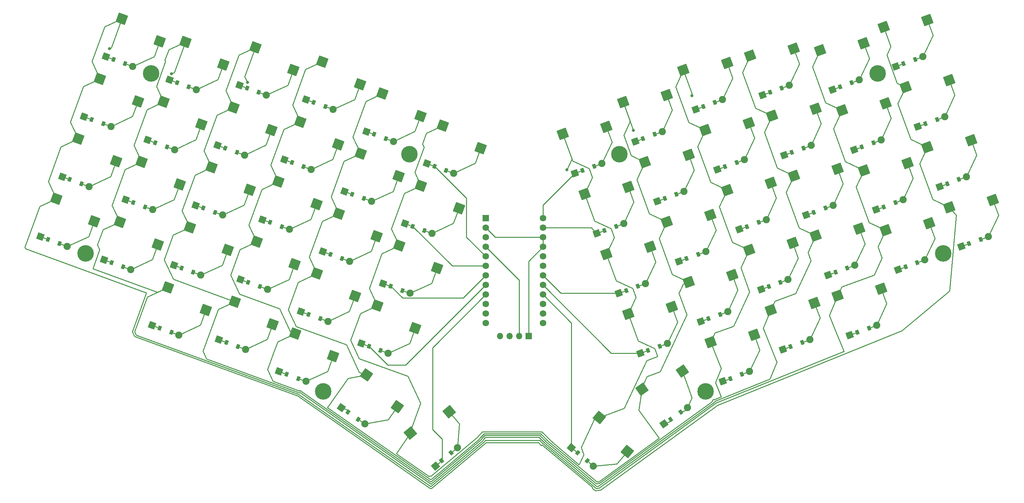
<source format=gbr>
%TF.GenerationSoftware,KiCad,Pcbnew,9.0.1*%
%TF.CreationDate,2025-04-16T06:47:58+07:00*%
%TF.ProjectId,tutorial,7475746f-7269-4616-9c2e-6b696361645f,v1.0.0*%
%TF.SameCoordinates,Original*%
%TF.FileFunction,Copper,L2,Bot*%
%TF.FilePolarity,Positive*%
%FSLAX46Y46*%
G04 Gerber Fmt 4.6, Leading zero omitted, Abs format (unit mm)*
G04 Created by KiCad (PCBNEW 9.0.1) date 2025-04-16 06:47:58*
%MOMM*%
%LPD*%
G01*
G04 APERTURE LIST*
G04 Aperture macros list*
%AMRotRect*
0 Rectangle, with rotation*
0 The origin of the aperture is its center*
0 $1 length*
0 $2 width*
0 $3 Rotation angle, in degrees counterclockwise*
0 Add horizontal line*
21,1,$1,$2,0,0,$3*%
G04 Aperture macros list end*
%TA.AperFunction,SMDPad,CuDef*%
%ADD10RotRect,2.600000X2.600000X340.000000*%
%TD*%
%TA.AperFunction,ComponentPad*%
%ADD11C,1.905000*%
%TD*%
%TA.AperFunction,SMDPad,CuDef*%
%ADD12RotRect,0.900000X1.200000X20.000000*%
%TD*%
%TA.AperFunction,ComponentPad*%
%ADD13RotRect,1.778000X1.778000X20.000000*%
%TD*%
%TA.AperFunction,SMDPad,CuDef*%
%ADD14RotRect,2.600000X2.600000X20.000000*%
%TD*%
%TA.AperFunction,SMDPad,CuDef*%
%ADD15RotRect,0.900000X1.200000X340.000000*%
%TD*%
%TA.AperFunction,ComponentPad*%
%ADD16RotRect,1.778000X1.778000X340.000000*%
%TD*%
%TA.AperFunction,ComponentPad*%
%ADD17C,0.700000*%
%TD*%
%TA.AperFunction,ComponentPad*%
%ADD18C,4.400000*%
%TD*%
%TA.AperFunction,SMDPad,CuDef*%
%ADD19RotRect,2.600000X2.600000X325.000000*%
%TD*%
%TA.AperFunction,SMDPad,CuDef*%
%ADD20RotRect,0.900000X1.200000X320.000000*%
%TD*%
%TA.AperFunction,ComponentPad*%
%ADD21RotRect,1.778000X1.778000X320.000000*%
%TD*%
%TA.AperFunction,SMDPad,CuDef*%
%ADD22RotRect,2.600000X2.600000X40.000000*%
%TD*%
%TA.AperFunction,SMDPad,CuDef*%
%ADD23RotRect,0.900000X1.200000X325.000000*%
%TD*%
%TA.AperFunction,ComponentPad*%
%ADD24RotRect,1.778000X1.778000X325.000000*%
%TD*%
%TA.AperFunction,ComponentPad*%
%ADD25C,1.752600*%
%TD*%
%TA.AperFunction,ComponentPad*%
%ADD26R,1.752600X1.752600*%
%TD*%
%TA.AperFunction,SMDPad,CuDef*%
%ADD27RotRect,2.600000X2.600000X320.000000*%
%TD*%
%TA.AperFunction,SMDPad,CuDef*%
%ADD28RotRect,0.900000X1.200000X40.000000*%
%TD*%
%TA.AperFunction,ComponentPad*%
%ADD29RotRect,1.778000X1.778000X40.000000*%
%TD*%
%TA.AperFunction,SMDPad,CuDef*%
%ADD30RotRect,2.600000X2.600000X35.000000*%
%TD*%
%TA.AperFunction,ComponentPad*%
%ADD31O,1.700000X1.700000*%
%TD*%
%TA.AperFunction,ComponentPad*%
%ADD32R,1.700000X1.700000*%
%TD*%
%TA.AperFunction,SMDPad,CuDef*%
%ADD33RotRect,0.900000X1.200000X35.000000*%
%TD*%
%TA.AperFunction,ComponentPad*%
%ADD34RotRect,1.778000X1.778000X35.000000*%
%TD*%
%TA.AperFunction,ViaPad*%
%ADD35C,0.800000*%
%TD*%
%TA.AperFunction,Conductor*%
%ADD36C,0.250000*%
%TD*%
G04 APERTURE END LIST*
D10*
%TO.P,S7,2*%
%TO.N,pinky_top*%
X103716379Y-106988609D03*
%TO.P,S7,1*%
%TO.N,P16*%
X93615378Y-100970953D03*
%TD*%
D11*
%TO.P,D31,2*%
%TO.N,mirror_outer_home*%
X307331507Y-120896010D03*
D12*
X305301777Y-121634773D03*
%TO.P,D31,1*%
%TO.N,P4*%
X302200783Y-122763439D03*
D13*
X300171053Y-123502202D03*
%TD*%
D14*
%TO.P,S33,2*%
%TO.N,mirror_outer_num*%
X296905864Y-79197024D03*
%TO.P,S33,1*%
%TO.N,P14*%
X285299974Y-81080042D03*
%TD*%
D10*
%TO.P,S15,2*%
%TO.N,middle_bottom*%
X128481773Y-144203187D03*
%TO.P,S15,1*%
%TO.N,P7*%
X118380772Y-138185531D03*
%TD*%
D11*
%TO.P,D49,2*%
%TO.N,mirror_index_bottom*%
X243777877Y-156797777D03*
D12*
X241748147Y-157536540D03*
%TO.P,D49,1*%
%TO.N,P5*%
X238647153Y-158665206D03*
D13*
X236617423Y-159403969D03*
%TD*%
D14*
%TO.P,S37,2*%
%TO.N,mirror_pinky_num*%
X279991397Y-85353389D03*
%TO.P,S37,1*%
%TO.N,P16*%
X268385507Y-87236407D03*
%TD*%
%TO.P,S43,2*%
%TO.N,mirror_middle_mod*%
X266854676Y-154517513D03*
%TO.P,S43,1*%
%TO.N,P10*%
X255248786Y-156400531D03*
%TD*%
D10*
%TO.P,S19,2*%
%TO.N,index_mod*%
X138726843Y-168683551D03*
%TO.P,S19,1*%
%TO.N,P7*%
X128625842Y-162665895D03*
%TD*%
D11*
%TO.P,D5,2*%
%TO.N,pinky_bottom*%
X84899272Y-145633340D03*
D15*
X82869534Y-144894575D03*
%TO.P,D5,1*%
%TO.N,P18*%
X79768556Y-143765913D03*
D16*
X77738818Y-143027148D03*
%TD*%
D11*
%TO.P,D1,2*%
%TO.N,outer_bottom*%
X67984813Y-139476975D03*
D15*
X65955075Y-138738210D03*
%TO.P,D1,1*%
%TO.N,P18*%
X62854097Y-137609548D03*
D16*
X60824359Y-136870783D03*
%TD*%
D17*
%TO.P,_1,1*%
%TO.N,N/C*%
X91821129Y-93986039D03*
X91766049Y-92724389D03*
X90967959Y-94917117D03*
X89706309Y-94972197D03*
D18*
X90270640Y-93421708D03*
D17*
X90834971Y-91871219D03*
X89573321Y-91926299D03*
X88775231Y-94119027D03*
X88720151Y-92857377D03*
%TD*%
D10*
%TO.P,S9,2*%
%TO.N,ring_mod*%
X104897912Y-156370815D03*
%TO.P,S9,1*%
%TO.N,P16*%
X94796911Y-150353159D03*
%TD*%
%TO.P,S11,2*%
%TO.N,ring_home*%
X116526594Y-124421277D03*
%TO.P,S11,1*%
%TO.N,P10*%
X106425593Y-118403621D03*
%TD*%
D11*
%TO.P,D16,2*%
%TO.N,middle_home*%
X127107704Y-134923587D03*
D15*
X125077966Y-134184822D03*
%TO.P,D16,1*%
%TO.N,P19*%
X121976988Y-133056160D03*
D16*
X119947250Y-132317395D03*
%TD*%
D11*
%TO.P,D32,2*%
%TO.N,mirror_outer_top*%
X301517149Y-104921236D03*
D12*
X299487419Y-105659999D03*
%TO.P,D32,1*%
%TO.N,P0*%
X296386425Y-106788665D03*
D13*
X294356695Y-107527428D03*
%TD*%
D11*
%TO.P,D38,2*%
%TO.N,mirror_ring_mod*%
X283421139Y-160459822D03*
D12*
X281391409Y-161198585D03*
%TO.P,D38,1*%
%TO.N,P6*%
X278290415Y-162327251D03*
D13*
X276260685Y-163066014D03*
%TD*%
D11*
%TO.P,D26,2*%
%TO.N,inner_top*%
X165040886Y-135960004D03*
D15*
X163011148Y-135221239D03*
%TO.P,D26,1*%
%TO.N,P20*%
X159910170Y-134092577D03*
D16*
X157880432Y-133353812D03*
%TD*%
D11*
%TO.P,D17,2*%
%TO.N,middle_top*%
X132922046Y-118948816D03*
D15*
X130892308Y-118210051D03*
%TO.P,D17,1*%
%TO.N,P20*%
X127791330Y-117081389D03*
D16*
X125761592Y-116342624D03*
%TD*%
D11*
%TO.P,D39,2*%
%TO.N,mirror_ring_bottom*%
X277606814Y-144485047D03*
D12*
X275577084Y-145223810D03*
%TO.P,D39,1*%
%TO.N,P5*%
X272476090Y-146352476D03*
D13*
X270446360Y-147091239D03*
%TD*%
D11*
%TO.P,D27,2*%
%TO.N,inner_num*%
X170855230Y-119985236D03*
D15*
X168825492Y-119246471D03*
%TO.P,D27,1*%
%TO.N,P21*%
X165724514Y-118117809D03*
D16*
X163694776Y-117379044D03*
%TD*%
D19*
%TO.P,S28,2*%
%TO.N,layer_cluster*%
X155852461Y-182120730D03*
%TO.P,S28,1*%
%TO.N,P8*%
X147653123Y-173693789D03*
%TD*%
D14*
%TO.P,S39,2*%
%TO.N,mirror_ring_bottom*%
X278809856Y-134735608D03*
%TO.P,S39,1*%
%TO.N,P10*%
X267203966Y-136618626D03*
%TD*%
%TO.P,S35,2*%
%TO.N,mirror_pinky_home*%
X291620077Y-117302931D03*
%TO.P,S35,1*%
%TO.N,P16*%
X280014187Y-119185949D03*
%TD*%
D17*
%TO.P,_2,1*%
%TO.N,N/C*%
X74378113Y-141910356D03*
X74323033Y-140648706D03*
X73524943Y-142841434D03*
X72263293Y-142896514D03*
D18*
X72827624Y-141346025D03*
D17*
X73391955Y-139795536D03*
X72130305Y-139850616D03*
X71332215Y-142043344D03*
X71277135Y-140781694D03*
%TD*%
D10*
%TO.P,S21,2*%
%TO.N,index_home*%
X150355533Y-136733993D03*
%TO.P,S21,1*%
%TO.N,P8*%
X140254532Y-130716337D03*
%TD*%
%TO.P,S12,2*%
%TO.N,ring_top*%
X122340935Y-108446501D03*
%TO.P,S12,1*%
%TO.N,P10*%
X112239934Y-102428845D03*
%TD*%
D11*
%TO.P,D35,2*%
%TO.N,mirror_pinky_home*%
X290417025Y-127052366D03*
D12*
X288387295Y-127791129D03*
%TO.P,D35,1*%
%TO.N,P4*%
X285286301Y-128919795D03*
D13*
X283256571Y-129658558D03*
%TD*%
D10*
%TO.P,S23,2*%
%TO.N,index_num*%
X161984211Y-104784454D03*
%TO.P,S23,1*%
%TO.N,P8*%
X151883210Y-98766798D03*
%TD*%
D14*
%TO.P,S44,2*%
%TO.N,mirror_middle_bottom*%
X261040335Y-138542738D03*
%TO.P,S44,1*%
%TO.N,P7*%
X249434445Y-140425756D03*
%TD*%
D11*
%TO.P,D46,2*%
%TO.N,mirror_middle_top*%
X248208597Y-116342627D03*
D12*
X246178867Y-117081390D03*
%TO.P,D46,1*%
%TO.N,P0*%
X243077873Y-118210056D03*
D13*
X241048143Y-118948819D03*
%TD*%
D11*
%TO.P,D7,2*%
%TO.N,pinky_top*%
X96527961Y-113683784D03*
D15*
X94498223Y-112945019D03*
%TO.P,D7,1*%
%TO.N,P20*%
X91397245Y-111816357D03*
D16*
X89367507Y-111077592D03*
%TD*%
D11*
%TO.P,D21,2*%
%TO.N,index_home*%
X143167122Y-143429186D03*
D15*
X141137384Y-142690421D03*
%TO.P,D21,1*%
%TO.N,P19*%
X138036406Y-141561759D03*
D16*
X136006668Y-140822994D03*
%TD*%
D14*
%TO.P,S34,2*%
%TO.N,mirror_pinky_bottom*%
X297434419Y-133277704D03*
%TO.P,S34,1*%
%TO.N,P16*%
X285828529Y-135160722D03*
%TD*%
D17*
%TO.P,_5,1*%
%TO.N,N/C*%
X285250041Y-92857377D03*
X285194951Y-94119028D03*
X284396862Y-91926303D03*
X283135211Y-91871213D03*
D18*
X283699544Y-93421710D03*
D17*
X284263877Y-94972207D03*
X283002226Y-94917117D03*
X282204137Y-92724392D03*
X282149047Y-93986043D03*
%TD*%
D11*
%TO.P,D52,2*%
%TO.N,mirror_index_num*%
X226334835Y-108873436D03*
D12*
X224305105Y-109612199D03*
%TO.P,D52,1*%
%TO.N,P1*%
X221204111Y-110740865D03*
D13*
X219174381Y-111479628D03*
%TD*%
D11*
%TO.P,D22,2*%
%TO.N,index_top*%
X148981468Y-127454419D03*
D15*
X146951730Y-126715654D03*
%TO.P,D22,1*%
%TO.N,P20*%
X143850752Y-125586992D03*
D16*
X141821014Y-124848227D03*
%TD*%
D11*
%TO.P,D14,2*%
%TO.N,middle_mod*%
X115479024Y-166873146D03*
D15*
X113449286Y-166134381D03*
%TO.P,D14,1*%
%TO.N,P15*%
X110348308Y-165005719D03*
D16*
X108318570Y-164266954D03*
%TD*%
D14*
%TO.P,S52,2*%
%TO.N,mirror_index_num*%
X227537898Y-99124014D03*
%TO.P,S52,1*%
%TO.N,P8*%
X215932008Y-101007032D03*
%TD*%
D11*
%TO.P,D58,2*%
%TO.N,mirror_space_cluster*%
X208002914Y-197932495D03*
D20*
X206348259Y-196544079D03*
%TO.P,D58,1*%
%TO.N,P6*%
X203820313Y-194422873D03*
D21*
X202165658Y-193034457D03*
%TD*%
D11*
%TO.P,D36,2*%
%TO.N,mirror_pinky_top*%
X284602683Y-111077595D03*
D12*
X282572953Y-111816358D03*
%TO.P,D36,1*%
%TO.N,P0*%
X279471959Y-112945024D03*
D13*
X277442229Y-113683787D03*
%TD*%
D11*
%TO.P,D50,2*%
%TO.N,mirror_index_home*%
X237963531Y-140822997D03*
D12*
X235933801Y-141561760D03*
%TO.P,D50,1*%
%TO.N,P4*%
X232832807Y-142690426D03*
D13*
X230803077Y-143429189D03*
%TD*%
D22*
%TO.P,S29,2*%
%TO.N,space_cluster*%
X169600543Y-183461511D03*
%TO.P,S29,1*%
%TO.N,P9*%
X159338605Y-189200413D03*
%TD*%
D11*
%TO.P,D54,2*%
%TO.N,mirror_inner_home*%
X221904109Y-149328582D03*
D12*
X219874379Y-150067345D03*
%TO.P,D54,1*%
%TO.N,P4*%
X216773385Y-151196011D03*
D13*
X214743655Y-151934774D03*
%TD*%
D10*
%TO.P,S2,2*%
%TO.N,outer_home*%
X80987562Y-116807010D03*
%TO.P,S2,1*%
%TO.N,P14*%
X70886561Y-110789354D03*
%TD*%
D11*
%TO.P,D42,2*%
%TO.N,mirror_ring_num*%
X260163788Y-96560720D03*
D12*
X258134058Y-97299483D03*
%TO.P,D42,1*%
%TO.N,P1*%
X255033064Y-98428149D03*
D13*
X253003334Y-99166912D03*
%TD*%
D11*
%TO.P,D8,2*%
%TO.N,pinky_num*%
X102342305Y-97709023D03*
D15*
X100312567Y-96970258D03*
%TO.P,D8,1*%
%TO.N,P21*%
X97211589Y-95841596D03*
D16*
X95181851Y-95102831D03*
%TD*%
D14*
%TO.P,S48,2*%
%TO.N,mirror_index_mod*%
X250795255Y-163023108D03*
%TO.P,S48,1*%
%TO.N,P7*%
X239189365Y-164906126D03*
%TD*%
D11*
%TO.P,D2,2*%
%TO.N,outer_home*%
X73799153Y-123502206D03*
D15*
X71769415Y-122763441D03*
%TO.P,D2,1*%
%TO.N,P19*%
X68668437Y-121634779D03*
D16*
X66638699Y-120896014D03*
%TD*%
D17*
%TO.P,_8,1*%
%TO.N,N/C*%
X239430173Y-177482198D03*
X239375083Y-178743849D03*
X238576994Y-176551124D03*
X237315343Y-176496034D03*
D18*
X237879676Y-178046531D03*
D17*
X238444009Y-179597028D03*
X237182358Y-179541938D03*
X236384269Y-177349213D03*
X236329179Y-178610864D03*
%TD*%
D11*
%TO.P,D28,2*%
%TO.N,layer_cluster*%
X147176154Y-186727296D03*
D23*
X145406789Y-185488367D03*
%TO.P,D28,1*%
%TO.N,P15*%
X142703579Y-183595571D03*
D24*
X140934214Y-182356642D03*
%TD*%
D11*
%TO.P,D6,2*%
%TO.N,pinky_home*%
X90713624Y-129658558D03*
D15*
X88683886Y-128919793D03*
%TO.P,D6,1*%
%TO.N,P19*%
X85582908Y-127791131D03*
D16*
X83553170Y-127052366D03*
%TD*%
D14*
%TO.P,S31,2*%
%TO.N,mirror_outer_home*%
X308534546Y-111146564D03*
%TO.P,S31,1*%
%TO.N,P14*%
X296928656Y-113029582D03*
%TD*%
D17*
%TO.P,_6,1*%
%TO.N,N/C*%
X302693090Y-140781693D03*
X302638000Y-142043344D03*
X301839911Y-139850619D03*
X300578260Y-139795529D03*
D18*
X301142593Y-141346026D03*
D17*
X301706926Y-142896523D03*
X300445275Y-142841433D03*
X299647186Y-140648708D03*
X299592096Y-141910359D03*
%TD*%
D14*
%TO.P,S55,2*%
%TO.N,mirror_inner_top*%
X217292826Y-123604377D03*
%TO.P,S55,1*%
%TO.N,P9*%
X205686936Y-125487395D03*
%TD*%
D11*
%TO.P,D11,2*%
%TO.N,ring_home*%
X109338194Y-131116458D03*
D15*
X107308456Y-130377693D03*
%TO.P,D11,1*%
%TO.N,P19*%
X104207478Y-129249031D03*
D16*
X102177740Y-128510266D03*
%TD*%
D10*
%TO.P,S27,2*%
%TO.N,inner_num*%
X178043632Y-113290054D03*
%TO.P,S27,1*%
%TO.N,P9*%
X167942631Y-107272398D03*
%TD*%
D11*
%TO.P,D41,2*%
%TO.N,mirror_ring_top*%
X265978125Y-112535495D03*
D12*
X263948395Y-113274258D03*
%TO.P,D41,1*%
%TO.N,P0*%
X260847401Y-114402924D03*
D13*
X258817671Y-115141687D03*
%TD*%
D10*
%TO.P,S13,2*%
%TO.N,ring_num*%
X128155278Y-92471724D03*
%TO.P,S13,1*%
%TO.N,P10*%
X118054277Y-86454068D03*
%TD*%
D11*
%TO.P,D30,2*%
%TO.N,mirror_outer_bottom*%
X313145844Y-136870777D03*
D12*
X311116114Y-137609540D03*
%TO.P,D30,1*%
%TO.N,P5*%
X308015120Y-138738206D03*
D13*
X305985390Y-139476969D03*
%TD*%
D14*
%TO.P,S56,2*%
%TO.N,mirror_inner_num*%
X211478473Y-107629600D03*
%TO.P,S56,1*%
%TO.N,P9*%
X199872583Y-109512618D03*
%TD*%
%TO.P,S38,2*%
%TO.N,mirror_ring_mod*%
X284624203Y-150710393D03*
%TO.P,S38,1*%
%TO.N,P16*%
X273018313Y-152593411D03*
%TD*%
D11*
%TO.P,D20,2*%
%TO.N,index_bottom*%
X137352784Y-159403959D03*
D15*
X135323046Y-158665194D03*
%TO.P,D20,1*%
%TO.N,P18*%
X132222068Y-157536532D03*
D16*
X130192330Y-156797767D03*
%TD*%
D14*
%TO.P,S30,2*%
%TO.N,mirror_outer_bottom*%
X314348901Y-127121353D03*
%TO.P,S30,1*%
%TO.N,P14*%
X302743011Y-129004371D03*
%TD*%
D25*
%TO.P,MCU1,24*%
%TO.N,P9*%
X194605094Y-159903220D03*
%TO.P,MCU1,23*%
%TO.N,P8*%
X194605093Y-157363219D03*
%TO.P,MCU1,22*%
%TO.N,P7*%
X194605098Y-154823221D03*
%TO.P,MCU1,21*%
%TO.N,P6*%
X194605096Y-152283218D03*
%TO.P,MCU1,20*%
%TO.N,P5*%
X194605093Y-149743220D03*
%TO.P,MCU1,19*%
%TO.N,P4*%
X194605095Y-147203225D03*
%TO.P,MCU1,18*%
%TO.N,P3*%
X194605095Y-144663218D03*
%TO.P,MCU1,17*%
%TO.N,P2*%
X194605095Y-142123221D03*
%TO.P,MCU1,16*%
%TO.N,GND*%
X194605093Y-139583223D03*
%TO.P,MCU1,15*%
X194605095Y-137043215D03*
%TO.P,MCU1,14*%
%TO.N,P0*%
X194605098Y-134503216D03*
%TO.P,MCU1,13*%
%TO.N,P1*%
X194605095Y-131963224D03*
%TO.P,MCU1,12*%
%TO.N,P10*%
X179365097Y-159903214D03*
%TO.P,MCU1,11*%
%TO.N,P16*%
X179365094Y-157363222D03*
%TO.P,MCU1,10*%
%TO.N,P14*%
X179365097Y-154823223D03*
%TO.P,MCU1,9*%
%TO.N,P15*%
X179365099Y-152283215D03*
%TO.P,MCU1,8*%
%TO.N,P18*%
X179365097Y-149743217D03*
%TO.P,MCU1,7*%
%TO.N,P19*%
X179365097Y-147203220D03*
%TO.P,MCU1,6*%
%TO.N,P20*%
X179365097Y-144663213D03*
%TO.P,MCU1,5*%
%TO.N,P21*%
X179365099Y-142123218D03*
%TO.P,MCU1,4*%
%TO.N,VCC*%
X179365096Y-139583220D03*
%TO.P,MCU1,3*%
%TO.N,RST*%
X179365094Y-137043217D03*
%TO.P,MCU1,2*%
%TO.N,GND*%
X179365099Y-134503219D03*
D26*
%TO.P,MCU1,1*%
%TO.N,RAW*%
X179365098Y-131963218D03*
%TD*%
D10*
%TO.P,S17,2*%
%TO.N,middle_top*%
X140110452Y-112253632D03*
%TO.P,S17,1*%
%TO.N,P7*%
X130009451Y-106235976D03*
%TD*%
%TO.P,S14,2*%
%TO.N,middle_mod*%
X122667422Y-160177954D03*
%TO.P,S14,1*%
%TO.N,P10*%
X112566421Y-154160298D03*
%TD*%
D11*
%TO.P,D13,2*%
%TO.N,ring_num*%
X120966871Y-99166904D03*
D15*
X118937133Y-98428139D03*
%TO.P,D13,1*%
%TO.N,P21*%
X115836155Y-97299477D03*
D16*
X113806417Y-96560712D03*
%TD*%
D10*
%TO.P,S16,2*%
%TO.N,middle_home*%
X134296115Y-128228400D03*
%TO.P,S16,1*%
%TO.N,P7*%
X124195114Y-122210744D03*
%TD*%
D27*
%TO.P,S58,2*%
%TO.N,mirror_space_cluster*%
X217047693Y-194099650D03*
%TO.P,S58,1*%
%TO.N,P9*%
X209614016Y-184990156D03*
%TD*%
D14*
%TO.P,S53,2*%
%TO.N,mirror_inner_bottom*%
X228921503Y-155553934D03*
%TO.P,S53,1*%
%TO.N,P9*%
X217315613Y-157436952D03*
%TD*%
%TO.P,S32,2*%
%TO.N,mirror_outer_top*%
X302720202Y-95171798D03*
%TO.P,S32,1*%
%TO.N,P14*%
X291114312Y-97054816D03*
%TD*%
%TO.P,S45,2*%
%TO.N,mirror_middle_home*%
X255225997Y-122567960D03*
%TO.P,S45,1*%
%TO.N,P7*%
X243620107Y-124450978D03*
%TD*%
D11*
%TO.P,D29,2*%
%TO.N,space_cluster*%
X171804547Y-193034457D03*
D28*
X170149886Y-194422875D03*
%TO.P,D29,1*%
%TO.N,P15*%
X167621946Y-196544077D03*
D29*
X165967285Y-197932495D03*
%TD*%
D17*
%TO.P,_3,1*%
%TO.N,N/C*%
X160607668Y-115510502D03*
X160552588Y-114248852D03*
X159754498Y-116441580D03*
X158492848Y-116496660D03*
D18*
X159057179Y-114946171D03*
D17*
X159621510Y-113395682D03*
X158359860Y-113450762D03*
X157561770Y-115643490D03*
X157506690Y-114381840D03*
%TD*%
D11*
%TO.P,D33,2*%
%TO.N,mirror_outer_num*%
X295702820Y-88946462D03*
D12*
X293673090Y-89685225D03*
%TO.P,D33,1*%
%TO.N,P1*%
X290572096Y-90813891D03*
D13*
X288542366Y-91552654D03*
%TD*%
D14*
%TO.P,S54,2*%
%TO.N,mirror_inner_home*%
X223107159Y-139579157D03*
%TO.P,S54,1*%
%TO.N,P9*%
X211501269Y-141462175D03*
%TD*%
D11*
%TO.P,D19,2*%
%TO.N,index_mod*%
X131538438Y-175378741D03*
D15*
X129508700Y-174639976D03*
%TO.P,D19,1*%
%TO.N,P15*%
X126407722Y-173511314D03*
D16*
X124377984Y-172772549D03*
%TD*%
D11*
%TO.P,D45,2*%
%TO.N,mirror_middle_home*%
X254022947Y-132317402D03*
D12*
X251993217Y-133056165D03*
%TO.P,D45,1*%
%TO.N,P4*%
X248892223Y-134184831D03*
D13*
X246862493Y-134923594D03*
%TD*%
D14*
%TO.P,S49,2*%
%TO.N,mirror_index_bottom*%
X244980919Y-147048341D03*
%TO.P,S49,1*%
%TO.N,P8*%
X233375029Y-148931359D03*
%TD*%
D10*
%TO.P,S5,2*%
%TO.N,pinky_bottom*%
X92087684Y-138938147D03*
%TO.P,S5,1*%
%TO.N,P16*%
X81986683Y-132920491D03*
%TD*%
D11*
%TO.P,D25,2*%
%TO.N,inner_home*%
X159226544Y-151934779D03*
D15*
X157196806Y-151196014D03*
%TO.P,D25,1*%
%TO.N,P19*%
X154095828Y-150067352D03*
D16*
X152066090Y-149328587D03*
%TD*%
D11*
%TO.P,D12,2*%
%TO.N,ring_top*%
X115152538Y-115141683D03*
D15*
X113122800Y-114402918D03*
%TO.P,D12,1*%
%TO.N,P20*%
X110021822Y-113274256D03*
D16*
X107992084Y-112535491D03*
%TD*%
D11*
%TO.P,D48,2*%
%TO.N,mirror_index_mod*%
X249592218Y-172772542D03*
D12*
X247562488Y-173511305D03*
%TO.P,D48,1*%
%TO.N,P6*%
X244461494Y-174639971D03*
D13*
X242431764Y-175378734D03*
%TD*%
D11*
%TO.P,D23,2*%
%TO.N,index_num*%
X154795812Y-111479636D03*
D15*
X152766074Y-110740871D03*
%TO.P,D23,1*%
%TO.N,P21*%
X149665096Y-109612209D03*
D16*
X147635358Y-108873444D03*
%TD*%
D14*
%TO.P,S36,2*%
%TO.N,mirror_pinky_top*%
X285805741Y-101328157D03*
%TO.P,S36,1*%
%TO.N,P16*%
X274199851Y-103211175D03*
%TD*%
D10*
%TO.P,S3,2*%
%TO.N,outer_top*%
X86801911Y-100832243D03*
%TO.P,S3,1*%
%TO.N,P14*%
X76700910Y-94814587D03*
%TD*%
D11*
%TO.P,D44,2*%
%TO.N,mirror_middle_bottom*%
X259837278Y-148292180D03*
D12*
X257807548Y-149030943D03*
%TO.P,D44,1*%
%TO.N,P5*%
X254706554Y-150159609D03*
D13*
X252676824Y-150898372D03*
%TD*%
D10*
%TO.P,S20,2*%
%TO.N,index_bottom*%
X144541185Y-152708778D03*
%TO.P,S20,1*%
%TO.N,P8*%
X134440184Y-146691122D03*
%TD*%
%TO.P,S6,2*%
%TO.N,pinky_home*%
X97902030Y-122963379D03*
%TO.P,S6,1*%
%TO.N,P16*%
X87801029Y-116945723D03*
%TD*%
D14*
%TO.P,S51,2*%
%TO.N,mirror_index_top*%
X233352227Y-115098783D03*
%TO.P,S51,1*%
%TO.N,P8*%
X221746337Y-116981801D03*
%TD*%
D10*
%TO.P,S10,2*%
%TO.N,ring_bottom*%
X110712258Y-140396048D03*
%TO.P,S10,1*%
%TO.N,P10*%
X100611257Y-134378392D03*
%TD*%
D30*
%TO.P,S57,2*%
%TO.N,mirror_layer_cluster*%
X231674694Y-172628036D03*
%TO.P,S57,1*%
%TO.N,P8*%
X220951621Y-177450712D03*
%TD*%
D11*
%TO.P,D10,2*%
%TO.N,ring_bottom*%
X103523853Y-147091237D03*
D15*
X101494115Y-146352472D03*
%TO.P,D10,1*%
%TO.N,P18*%
X98393137Y-145223810D03*
D16*
X96363399Y-144485045D03*
%TD*%
D11*
%TO.P,D40,2*%
%TO.N,mirror_ring_home*%
X271792465Y-128510272D03*
D12*
X269762735Y-129249035D03*
%TO.P,D40,1*%
%TO.N,P4*%
X266661741Y-130377701D03*
D13*
X264632011Y-131116464D03*
%TD*%
D10*
%TO.P,S22,2*%
%TO.N,index_top*%
X156169876Y-120759222D03*
%TO.P,S22,1*%
%TO.N,P8*%
X146068875Y-114741566D03*
%TD*%
D11*
%TO.P,D3,2*%
%TO.N,outer_top*%
X79613498Y-107527426D03*
D15*
X77583760Y-106788661D03*
%TO.P,D3,1*%
%TO.N,P20*%
X74482782Y-105659999D03*
D16*
X72453044Y-104921234D03*
%TD*%
D10*
%TO.P,S25,2*%
%TO.N,inner_home*%
X166414943Y-145239600D03*
%TO.P,S25,1*%
%TO.N,P9*%
X156313942Y-139221944D03*
%TD*%
D31*
%TO.P,OLED1,4*%
%TO.N,P2*%
X183165091Y-163333226D03*
%TO.P,OLED1,3*%
%TO.N,P3*%
X185705088Y-163333227D03*
%TO.P,OLED1,2*%
%TO.N,VCC*%
X188245087Y-163333229D03*
D32*
%TO.P,OLED1,1*%
%TO.N,GND*%
X190785086Y-163333229D03*
%TD*%
D11*
%TO.P,D9,2*%
%TO.N,ring_mod*%
X97709499Y-163066021D03*
D15*
X95679761Y-162327256D03*
%TO.P,D9,1*%
%TO.N,P15*%
X92578783Y-161198594D03*
D16*
X90549045Y-160459829D03*
%TD*%
D11*
%TO.P,D53,2*%
%TO.N,mirror_inner_bottom*%
X227718451Y-165303374D03*
D12*
X225688721Y-166042137D03*
%TO.P,D53,1*%
%TO.N,P5*%
X222587727Y-167170803D03*
D13*
X220557997Y-167909566D03*
%TD*%
D11*
%TO.P,D55,2*%
%TO.N,mirror_inner_top*%
X216089764Y-133353819D03*
D12*
X214060034Y-134092582D03*
%TO.P,D55,1*%
%TO.N,P0*%
X210959040Y-135221248D03*
D13*
X208929310Y-135960011D03*
%TD*%
D11*
%TO.P,D51,2*%
%TO.N,mirror_index_top*%
X232149189Y-124848216D03*
D12*
X230119459Y-125586979D03*
%TO.P,D51,1*%
%TO.N,P0*%
X227018465Y-126715645D03*
D13*
X224988735Y-127454408D03*
%TD*%
D11*
%TO.P,D24,2*%
%TO.N,inner_bottom*%
X153412194Y-167909558D03*
D15*
X151382456Y-167170793D03*
%TO.P,D24,1*%
%TO.N,P18*%
X148281478Y-166042131D03*
D16*
X146251740Y-165303366D03*
%TD*%
D11*
%TO.P,D15,2*%
%TO.N,middle_bottom*%
X121293364Y-150898372D03*
D15*
X119263626Y-150159607D03*
%TO.P,D15,1*%
%TO.N,P18*%
X116162648Y-149030945D03*
D16*
X114132910Y-148292180D03*
%TD*%
D10*
%TO.P,S18,2*%
%TO.N,middle_num*%
X145924800Y-96278855D03*
%TO.P,S18,1*%
%TO.N,P7*%
X135823799Y-90261199D03*
%TD*%
D11*
%TO.P,D57,2*%
%TO.N,mirror_layer_cluster*%
X233035973Y-182356637D03*
D33*
X231266606Y-183595564D03*
%TO.P,D57,1*%
%TO.N,P6*%
X228563406Y-185488368D03*
D34*
X226794039Y-186727295D03*
%TD*%
D14*
%TO.P,S41,2*%
%TO.N,mirror_ring_top*%
X267181168Y-102786050D03*
%TO.P,S41,1*%
%TO.N,P10*%
X255575278Y-104669068D03*
%TD*%
D10*
%TO.P,S24,2*%
%TO.N,inner_bottom*%
X160600603Y-161214367D03*
%TO.P,S24,1*%
%TO.N,P9*%
X150499602Y-155196711D03*
%TD*%
D11*
%TO.P,D4,2*%
%TO.N,outer_num*%
X85427851Y-91552651D03*
D15*
X83398113Y-90813886D03*
%TO.P,D4,1*%
%TO.N,P21*%
X80297135Y-89685224D03*
D16*
X78267397Y-88946459D03*
%TD*%
D10*
%TO.P,S4,2*%
%TO.N,outer_num*%
X92616245Y-84857469D03*
%TO.P,S4,1*%
%TO.N,P14*%
X82515244Y-78839813D03*
%TD*%
D14*
%TO.P,S50,2*%
%TO.N,mirror_index_home*%
X239166577Y-131073562D03*
%TO.P,S50,1*%
%TO.N,P8*%
X227560687Y-132956580D03*
%TD*%
D11*
%TO.P,D43,2*%
%TO.N,mirror_middle_mod*%
X265651633Y-164266951D03*
D12*
X263621903Y-165005714D03*
%TO.P,D43,1*%
%TO.N,P6*%
X260520909Y-166134380D03*
D13*
X258491179Y-166873143D03*
%TD*%
D11*
%TO.P,D56,2*%
%TO.N,mirror_inner_num*%
X210275425Y-117379039D03*
D12*
X208245695Y-118117802D03*
%TO.P,D56,1*%
%TO.N,P1*%
X205144701Y-119246468D03*
D13*
X203114971Y-119985231D03*
%TD*%
D10*
%TO.P,S8,2*%
%TO.N,pinky_num*%
X109530714Y-91013824D03*
%TO.P,S8,1*%
%TO.N,P16*%
X99429713Y-84996168D03*
%TD*%
D11*
%TO.P,D37,2*%
%TO.N,mirror_pinky_num*%
X278788343Y-95102820D03*
D12*
X276758613Y-95841583D03*
%TO.P,D37,1*%
%TO.N,P1*%
X273657619Y-96970249D03*
D13*
X271627889Y-97709012D03*
%TD*%
D14*
%TO.P,S46,2*%
%TO.N,mirror_middle_top*%
X249411651Y-106593197D03*
%TO.P,S46,1*%
%TO.N,P7*%
X237805761Y-108476215D03*
%TD*%
%TO.P,S40,2*%
%TO.N,mirror_ring_home*%
X272995519Y-118760847D03*
%TO.P,S40,1*%
%TO.N,P10*%
X261389629Y-120643865D03*
%TD*%
D17*
%TO.P,_7,1*%
%TO.N,N/C*%
X216463511Y-114381829D03*
X216408421Y-115643480D03*
X215610332Y-113450755D03*
X214348681Y-113395665D03*
D18*
X214913014Y-114946162D03*
D17*
X215477347Y-116496659D03*
X214215696Y-116441569D03*
X213417607Y-114248844D03*
X213362517Y-115510495D03*
%TD*%
D11*
%TO.P,D18,2*%
%TO.N,middle_num*%
X138736395Y-102974035D03*
D15*
X136706657Y-102235270D03*
%TO.P,D18,1*%
%TO.N,P21*%
X133605679Y-101106608D03*
D16*
X131575941Y-100367843D03*
%TD*%
D10*
%TO.P,S1,2*%
%TO.N,outer_bottom*%
X75173208Y-132781790D03*
%TO.P,S1,1*%
%TO.N,P14*%
X65072207Y-126764134D03*
%TD*%
D17*
%TO.P,_4,1*%
%TO.N,N/C*%
X137641011Y-178610860D03*
X137585931Y-177349210D03*
X136787841Y-179541938D03*
X135526191Y-179597018D03*
D18*
X136090522Y-178046529D03*
D17*
X136654853Y-176496040D03*
X135393203Y-176551120D03*
X134595113Y-178743848D03*
X134540033Y-177482198D03*
%TD*%
D14*
%TO.P,S47,2*%
%TO.N,mirror_middle_num*%
X243597305Y-90618422D03*
%TO.P,S47,1*%
%TO.N,P7*%
X231991415Y-92501440D03*
%TD*%
D11*
%TO.P,D34,2*%
%TO.N,mirror_pinky_bottom*%
X296231379Y-143027156D03*
D12*
X294201649Y-143765919D03*
%TO.P,D34,1*%
%TO.N,P5*%
X291100655Y-144894585D03*
D13*
X289070925Y-145633348D03*
%TD*%
D10*
%TO.P,S26,2*%
%TO.N,inner_top*%
X172229287Y-129264813D03*
%TO.P,S26,1*%
%TO.N,P9*%
X162128286Y-123247157D03*
%TD*%
D14*
%TO.P,S42,2*%
%TO.N,mirror_ring_num*%
X261366825Y-86811289D03*
%TO.P,S42,1*%
%TO.N,P10*%
X249760935Y-88694307D03*
%TD*%
D11*
%TO.P,D47,2*%
%TO.N,mirror_middle_num*%
X242394270Y-100367854D03*
D12*
X240364540Y-101106617D03*
%TO.P,D47,1*%
%TO.N,P1*%
X237263546Y-102235283D03*
D13*
X235233816Y-102974046D03*
%TD*%
D35*
%TO.N,P16*%
X95703018Y-93482345D03*
%TO.N,P10*%
X115944148Y-95761640D03*
%TO.N,P14*%
X79200527Y-86778853D03*
%TO.N,P7*%
X234201019Y-99334699D03*
%TO.N,P9*%
X200981966Y-119039950D03*
%TO.N,P8*%
X218664077Y-108560311D03*
%TD*%
D36*
%TO.N,mirror_inner_bottom*%
X225688722Y-166042134D02*
X225688721Y-166042137D01*
X227718451Y-165303374D02*
X225688722Y-166042134D01*
%TO.N,P5*%
X252676825Y-150898370D02*
X252676824Y-150898372D01*
X254706554Y-150159609D02*
X252676825Y-150898370D01*
X220557998Y-167909563D02*
X220557997Y-167909566D01*
X222587726Y-167170802D02*
X220557998Y-167909563D01*
%TO.N,mirror_middle_bottom*%
X257807550Y-149030941D02*
X257807548Y-149030943D01*
X259837278Y-148292180D02*
X257807550Y-149030941D01*
%TO.N,index_num*%
X154795812Y-111479636D02*
X152766073Y-110740871D01*
X160518658Y-108811028D02*
X154795812Y-111479636D01*
X161984212Y-104784454D02*
X160518658Y-108811028D01*
%TO.N,mirror_layer_cluster*%
X232701844Y-183073181D02*
X233035972Y-182356638D01*
X231266605Y-183595564D02*
X232701844Y-183073181D01*
%TO.N,P6*%
X228229277Y-186204912D02*
X228563408Y-185488368D01*
X226794041Y-186727295D02*
X228229277Y-186204912D01*
%TO.N,mirror_middle_bottom*%
X262505892Y-142569320D02*
X259837279Y-148292181D01*
X261040334Y-138542739D02*
X262505892Y-142569320D01*
%TO.N,mirror_layer_cluster*%
X234260122Y-179731440D02*
X233035972Y-182356638D01*
X231674696Y-172628037D02*
X234260122Y-179731440D01*
%TO.N,mirror_inner_bottom*%
X230387062Y-159580521D02*
X227718450Y-165303373D01*
X228921504Y-155553933D02*
X230387062Y-159580521D01*
%TO.N,mirror_index_bottom*%
X246446479Y-151074940D02*
X243777879Y-156797778D01*
X244980918Y-147048340D02*
X246446479Y-151074940D01*
%TO.N,P5*%
X236617423Y-159403966D02*
X236617423Y-159403969D01*
X238647154Y-158665204D02*
X236617423Y-159403966D01*
%TO.N,mirror_index_bottom*%
X241748148Y-157536539D02*
X241748148Y-157536541D01*
X243777879Y-156797778D02*
X241748148Y-157536539D01*
%TO.N,P21*%
X147635359Y-108873445D02*
X149665097Y-109612211D01*
%TO.N,pinky_bottom*%
X82869533Y-144894577D02*
X84899272Y-145633340D01*
%TO.N,ring_bottom*%
X103523855Y-147091227D02*
X101494109Y-146352472D01*
%TO.N,index_home*%
X141137387Y-142690427D02*
X143167122Y-143429181D01*
%TO.N,P16*%
X95703018Y-93482345D02*
X96471412Y-93124040D01*
%TO.N,P14*%
X79200527Y-86778853D02*
X79712574Y-86540080D01*
%TO.N,P16*%
X96471412Y-93124040D02*
X99429713Y-84996170D01*
%TO.N,P14*%
X79712574Y-86540080D02*
X82515242Y-78839812D01*
%TO.N,P6*%
X202165661Y-193034455D02*
X202165657Y-159843785D01*
%TO.N,P5*%
X212771433Y-167909560D02*
X194605090Y-149743220D01*
X220557996Y-167909563D02*
X212771433Y-167909560D01*
%TO.N,P6*%
X202165657Y-159843785D02*
X194605094Y-152283219D01*
%TO.N,P9*%
X208294157Y-132650684D02*
X212690112Y-134700552D01*
X207736800Y-121091441D02*
X205686932Y-125487400D01*
X205686932Y-125487400D02*
X208294157Y-132650684D01*
X213551141Y-137066210D02*
X211501271Y-141462175D01*
X212690112Y-134700552D02*
X213551141Y-137066210D01*
X206875766Y-118725765D02*
X207736800Y-121091441D01*
X202479800Y-116675896D02*
X206875766Y-118725765D01*
X199872582Y-109512617D02*
X202479800Y-116675896D01*
%TO.N,P1*%
X194605093Y-131963225D02*
X194605090Y-128495110D01*
X194605090Y-128495110D02*
X203114972Y-119985231D01*
%TO.N,P0*%
X208929307Y-135960013D02*
X207472512Y-134503220D01*
%TO.N,P4*%
X199336644Y-151934775D02*
X194605094Y-147203228D01*
%TO.N,P0*%
X207472512Y-134503220D02*
X194605097Y-134503215D01*
%TO.N,P4*%
X214743655Y-151934773D02*
X199336644Y-151934775D01*
%TO.N,P15*%
X167762478Y-190736208D02*
X167762480Y-196403540D01*
%TO.N,P20*%
X170480809Y-144663214D02*
X159910171Y-134092576D01*
X179365093Y-144663215D02*
X170480809Y-144663214D01*
%TO.N,P21*%
X174221513Y-126614809D02*
X165724518Y-118117812D01*
%TO.N,P19*%
X179365095Y-147203221D02*
X173355033Y-153213282D01*
%TO.N,P21*%
X179365097Y-142123219D02*
X174221513Y-136979634D01*
X174221513Y-136979634D02*
X174221513Y-126614809D01*
%TO.N,P9*%
X219350702Y-153000382D02*
X217300837Y-157396347D01*
%TO.N,GND*%
X190785087Y-143403230D02*
X194605089Y-139583225D01*
X194605089Y-137043220D02*
X194605091Y-137043216D01*
%TO.N,P19*%
X157241755Y-153213281D02*
X154095828Y-150067353D01*
X173355033Y-153213282D02*
X157241755Y-153213281D01*
%TO.N,GND*%
X190785086Y-163333226D02*
X190785087Y-143403230D01*
%TO.N,VCC*%
X188245086Y-148463216D02*
X179365093Y-139583220D01*
X188245089Y-163333226D02*
X188245086Y-148463216D01*
%TO.N,GND*%
X194605089Y-139583225D02*
X194605089Y-137043220D01*
%TO.N,P18*%
X179365094Y-149743221D02*
X158072649Y-171035666D01*
X153275011Y-171035668D02*
X148281476Y-166042132D01*
%TO.N,P15*%
X179365096Y-152283215D02*
X165215753Y-166432561D01*
X167762480Y-196403540D02*
X167621945Y-196544072D01*
X165215752Y-188189479D02*
X167762478Y-190736208D01*
X165215753Y-166432561D02*
X165215752Y-188189479D01*
%TO.N,P18*%
X158072649Y-171035666D02*
X153275011Y-171035668D01*
%TO.N,P9*%
X204078071Y-197508075D02*
X197195373Y-191732802D01*
X205437022Y-194885099D02*
X204241681Y-197448522D01*
X208203434Y-185503565D02*
X204732003Y-192948069D01*
X204732003Y-192948069D02*
X205437022Y-194885099D01*
X209614015Y-184990157D02*
X208203434Y-185503565D01*
X222176797Y-169849958D02*
X216241662Y-182577887D01*
X225096646Y-168787221D02*
X222176797Y-169849958D01*
X219930782Y-164622068D02*
X224326745Y-166671939D01*
X217315612Y-157436953D02*
X219930782Y-164622068D01*
X216241662Y-182577887D02*
X209614015Y-184990157D01*
X204241681Y-197448522D02*
X204078071Y-197508075D01*
X224326745Y-166671939D02*
X225096646Y-168787221D01*
%TO.N,GND*%
X194605091Y-137043216D02*
X181905094Y-137043216D01*
X181905094Y-137043216D02*
X179365096Y-134503220D01*
%TO.N,P6*%
X244461501Y-174639972D02*
X244461500Y-174639968D01*
%TO.N,P1*%
X273657629Y-96970249D02*
X271627892Y-97709007D01*
X253003330Y-99166918D02*
X255033058Y-98428152D01*
X237263544Y-102235290D02*
X237263548Y-102235276D01*
X271627892Y-97709007D02*
X271627897Y-97709007D01*
%TO.N,P6*%
X242431761Y-175378735D02*
X244461501Y-174639972D01*
%TO.N,P1*%
X235233806Y-102974047D02*
X237263544Y-102235290D01*
%TO.N,P6*%
X276260695Y-163066012D02*
X278290419Y-162327259D01*
X258491180Y-166873140D02*
X260520911Y-166134379D01*
%TO.N,P1*%
X255033058Y-98428152D02*
X255033057Y-98428146D01*
X205144704Y-119246471D02*
X205144710Y-119246463D01*
X219174387Y-111479634D02*
X221204122Y-110740873D01*
X290572091Y-90813893D02*
X288542362Y-91552660D01*
X221204122Y-110740873D02*
X221204124Y-110740868D01*
%TO.N,P6*%
X202165655Y-193034452D02*
X203820317Y-194422877D01*
X278290419Y-162327259D02*
X278290423Y-162327254D01*
X260520911Y-166134379D02*
X260520908Y-166134376D01*
%TO.N,P1*%
X203114968Y-119985226D02*
X205144704Y-119246471D01*
%TO.N,P4*%
X214743659Y-151934781D02*
X214743652Y-151934781D01*
%TO.N,P0*%
X243077877Y-118210057D02*
X241048146Y-118948818D01*
%TO.N,P4*%
X264632014Y-131116456D02*
X264632004Y-131116469D01*
%TO.N,P0*%
X208929318Y-135960006D02*
X208929319Y-135960011D01*
%TO.N,P4*%
X283256578Y-129658556D02*
X283256581Y-129658560D01*
X230803074Y-143429183D02*
X230803081Y-143429185D01*
X302200780Y-122763430D02*
X302200782Y-122763428D01*
%TO.N,P1*%
X288542362Y-91552660D02*
X288542358Y-91552655D01*
%TO.N,P0*%
X277442234Y-113683784D02*
X279471960Y-112945028D01*
%TO.N,P4*%
X300171054Y-123502196D02*
X302200780Y-122763430D01*
X248892230Y-134184826D02*
X246862502Y-134923586D01*
%TO.N,P0*%
X279471960Y-112945028D02*
X279471966Y-112945025D01*
%TO.N,P4*%
X246862502Y-134923586D02*
X246862496Y-134923595D01*
X216773384Y-151196019D02*
X214743659Y-151934781D01*
X232832815Y-142690418D02*
X230803074Y-143429183D01*
%TO.N,P0*%
X294356701Y-107527428D02*
X296386438Y-106788671D01*
X296386438Y-106788671D02*
X296386433Y-106788659D01*
%TO.N,P4*%
X285286308Y-128919787D02*
X283256578Y-129658556D01*
X266661742Y-130377696D02*
X264632014Y-131116456D01*
%TO.N,P0*%
X227018465Y-126715641D02*
X224988733Y-127454409D01*
X224988733Y-127454409D02*
X224988733Y-127454413D01*
X241048146Y-118948818D02*
X241048141Y-118948821D01*
X260847401Y-114402928D02*
X260847400Y-114402923D01*
X258817663Y-115141687D02*
X260847401Y-114402928D01*
X210959054Y-135221241D02*
X208929318Y-135960006D01*
%TO.N,P5*%
X305985385Y-139476976D02*
X308015117Y-138738218D01*
X272476082Y-146352475D02*
X270446351Y-147091232D01*
X291100651Y-144894571D02*
X291100658Y-144894577D01*
X308015117Y-138738218D02*
X308015119Y-138738214D01*
X270446351Y-147091232D02*
X270446348Y-147091243D01*
X289070917Y-145633348D02*
X291100651Y-144894571D01*
%TO.N,P20*%
X143850750Y-125586984D02*
X141821005Y-124848217D01*
X127791328Y-117081390D02*
X125761589Y-116342628D01*
X89367515Y-111077603D02*
X91397244Y-111816354D01*
%TO.N,P21*%
X163694770Y-117379044D02*
X165724509Y-118117808D01*
%TO.N,P20*%
X159910162Y-134092583D02*
X157880427Y-133353810D01*
%TO.N,P21*%
X97211589Y-95841586D02*
X95181860Y-95102820D01*
%TO.N,P20*%
X74482783Y-105660004D02*
X72453048Y-104921232D01*
%TO.N,P21*%
X133605670Y-101106614D02*
X131575950Y-100367854D01*
X80297121Y-89685216D02*
X78267379Y-88946459D01*
%TO.N,P19*%
X152066080Y-149328594D02*
X154095826Y-150067359D01*
X119947252Y-132317394D02*
X121976989Y-133056164D01*
%TO.N,P20*%
X107992071Y-112535499D02*
X110021809Y-113274268D01*
%TO.N,P15*%
X92578790Y-161198587D02*
X90549051Y-160459815D01*
X124377984Y-172772548D02*
X126407725Y-173511308D01*
X140934211Y-182356647D02*
X142369462Y-182879016D01*
X165967295Y-197932494D02*
X167621951Y-196544084D01*
X142369462Y-182879016D02*
X142703591Y-183595560D01*
X165967292Y-197932501D02*
X166237698Y-197189558D01*
X108318568Y-164266945D02*
X110348310Y-165005714D01*
%TO.N,P21*%
X115836161Y-97299481D02*
X113806411Y-96560716D01*
%TO.N,mirror_middle_num*%
X240364539Y-101106627D02*
X242394265Y-100367859D01*
X242394270Y-100367851D02*
X245062870Y-94645017D01*
%TO.N,mirror_middle_top*%
X248208593Y-116342628D02*
X250877208Y-110619769D01*
%TO.N,mirror_middle_num*%
X245062870Y-94645017D02*
X243597318Y-90618422D01*
X242394265Y-100367859D02*
X242394270Y-100367851D01*
%TO.N,mirror_middle_home*%
X251993210Y-133056165D02*
X251993211Y-133056173D01*
%TO.N,mirror_middle_mod*%
X265651633Y-164266949D02*
X268320238Y-158544106D01*
%TO.N,mirror_middle_top*%
X248208593Y-116342628D02*
X246178870Y-117081394D01*
%TO.N,mirror_middle_home*%
X254022947Y-132317404D02*
X251993210Y-133056165D01*
%TO.N,mirror_middle_top*%
X246178870Y-117081394D02*
X246178861Y-117081401D01*
X250877208Y-110619769D02*
X249411658Y-106593193D01*
%TO.N,mirror_middle_home*%
X254022947Y-132317404D02*
X256691547Y-126594565D01*
%TO.N,mirror_middle_mod*%
X265651626Y-164266954D02*
X265651633Y-164266949D01*
X268320238Y-158544106D02*
X266854682Y-154517523D01*
%TO.N,mirror_index_mod*%
X247562490Y-173511305D02*
X249592218Y-172772543D01*
%TO.N,mirror_middle_mod*%
X263621898Y-165005713D02*
X265651626Y-164266954D01*
%TO.N,mirror_middle_home*%
X256691547Y-126594565D02*
X255225995Y-122567966D01*
%TO.N,mirror_index_mod*%
X252260822Y-167049708D02*
X250795260Y-163023119D01*
X249592215Y-172772534D02*
X252260822Y-167049708D01*
X249592218Y-172772543D02*
X249592215Y-172772534D01*
%TO.N,P18*%
X116162642Y-149030947D02*
X114132920Y-148292164D01*
%TO.N,mirror_space_cluster*%
X208002904Y-197932491D02*
X214293346Y-197382151D01*
%TO.N,mirror_inner_home*%
X219874382Y-150067354D02*
X219874382Y-150067354D01*
%TO.N,P18*%
X148281484Y-166042129D02*
X146251735Y-165303363D01*
%TO.N,mirror_inner_num*%
X208245693Y-118117807D02*
X210275425Y-117379046D01*
%TO.N,mirror_inner_top*%
X216089769Y-133353816D02*
X214060047Y-134092580D01*
%TO.N,P19*%
X104207474Y-129249034D02*
X102177735Y-128510275D01*
X68668437Y-121634765D02*
X66638697Y-120896006D01*
%TO.N,mirror_inner_home*%
X221904115Y-149328590D02*
X219874382Y-150067354D01*
%TO.N,P18*%
X79768563Y-143765906D02*
X77738816Y-143027145D01*
%TO.N,mirror_inner_num*%
X210275425Y-117379046D02*
X210275428Y-117379041D01*
%TO.N,mirror_index_home*%
X237963530Y-140822988D02*
X240632141Y-135100154D01*
%TO.N,P19*%
X85582902Y-127791139D02*
X83553170Y-127052376D01*
X136006676Y-140822991D02*
X138036402Y-141561757D01*
%TO.N,P18*%
X62854087Y-137609550D02*
X60824353Y-136870782D01*
%TO.N,mirror_index_top*%
X234817796Y-119125381D02*
X233352243Y-115098789D01*
%TO.N,mirror_inner_num*%
X210275428Y-117379041D02*
X212944040Y-111656189D01*
%TO.N,mirror_index_home*%
X235933797Y-141561761D02*
X235933795Y-141561759D01*
%TO.N,mirror_inner_home*%
X221904115Y-149328590D02*
X224572721Y-143605745D01*
%TO.N,mirror_index_top*%
X232149193Y-124848220D02*
X230119463Y-125586980D01*
%TO.N,mirror_index_num*%
X224305109Y-109612206D02*
X226334851Y-108873450D01*
%TO.N,mirror_index_top*%
X232149193Y-124848220D02*
X234817796Y-119125381D01*
X230119463Y-125586980D02*
X230119465Y-125586983D01*
%TO.N,mirror_index_home*%
X240632141Y-135100154D02*
X239166580Y-131073563D01*
%TO.N,mirror_index_num*%
X226334849Y-108873448D02*
X229003454Y-103150594D01*
%TO.N,P18*%
X98393130Y-145223810D02*
X96363407Y-144485051D01*
%TO.N,mirror_index_num*%
X226334851Y-108873450D02*
X226334849Y-108873448D01*
%TO.N,mirror_index_home*%
X237963530Y-140822988D02*
X235933797Y-141561761D01*
%TO.N,P18*%
X132222060Y-157536529D02*
X130192333Y-156797775D01*
%TO.N,mirror_inner_home*%
X224572721Y-143605745D02*
X223107161Y-139579150D01*
%TO.N,mirror_space_cluster*%
X214293346Y-197382151D02*
X217047688Y-194099645D01*
%TO.N,mirror_inner_top*%
X214060047Y-134092580D02*
X214060038Y-134092581D01*
%TO.N,mirror_index_num*%
X229003454Y-103150594D02*
X227537895Y-99124009D01*
%TO.N,mirror_space_cluster*%
X208002904Y-197932491D02*
X206348243Y-196544078D01*
%TO.N,mirror_inner_top*%
X218758386Y-127630961D02*
X217292820Y-123604380D01*
%TO.N,mirror_inner_num*%
X212944040Y-111656189D02*
X211478481Y-107629604D01*
%TO.N,mirror_inner_top*%
X216089769Y-133353816D02*
X218758386Y-127630961D01*
%TO.N,mirror_ring_bottom*%
X277606809Y-144485046D02*
X280275410Y-138762199D01*
%TO.N,mirror_ring_num*%
X262832389Y-90837878D02*
X261366829Y-86811294D01*
%TO.N,mirror_ring_mod*%
X283421144Y-160459823D02*
X286089760Y-154736973D01*
%TO.N,mirror_ring_top*%
X268646727Y-106812649D02*
X267181174Y-102786057D01*
%TO.N,mirror_ring_bottom*%
X275577076Y-145223807D02*
X275577073Y-145223810D01*
%TO.N,mirror_ring_home*%
X274461074Y-122787420D02*
X272995525Y-118760841D01*
%TO.N,mirror_ring_num*%
X260163779Y-96560717D02*
X262832389Y-90837878D01*
%TO.N,mirror_ring_top*%
X265978120Y-112535498D02*
X268646727Y-106812649D01*
%TO.N,mirror_ring_bottom*%
X280275410Y-138762199D02*
X278809852Y-134735608D01*
%TO.N,mirror_ring_home*%
X271792465Y-128510270D02*
X269762733Y-129249035D01*
%TO.N,mirror_ring_top*%
X265978115Y-112535497D02*
X265978120Y-112535498D01*
%TO.N,mirror_ring_home*%
X271792465Y-128510270D02*
X274461074Y-122787420D01*
%TO.N,mirror_ring_mod*%
X286089760Y-154736973D02*
X284624202Y-150710393D01*
X281391408Y-161198591D02*
X283421146Y-160459826D01*
%TO.N,mirror_ring_num*%
X258134056Y-97299488D02*
X260163792Y-96560719D01*
%TO.N,mirror_ring_home*%
X269762733Y-129249035D02*
X269762726Y-129249033D01*
%TO.N,mirror_ring_mod*%
X283421146Y-160459826D02*
X283421144Y-160459823D01*
%TO.N,mirror_ring_top*%
X263948382Y-113274264D02*
X265978115Y-112535497D01*
%TO.N,mirror_ring_bottom*%
X277606809Y-144485046D02*
X275577076Y-145223807D01*
%TO.N,mirror_ring_num*%
X260163792Y-96560719D02*
X260163779Y-96560717D01*
%TO.N,mirror_pinky_home*%
X291620077Y-117302945D02*
X293085634Y-121329524D01*
%TO.N,layer_cluster*%
X153394698Y-185630775D02*
X155852471Y-182120728D01*
%TO.N,mirror_pinky_home*%
X293085634Y-121329524D02*
X290417032Y-127052357D01*
%TO.N,mirror_outer_home*%
X307331501Y-120896007D02*
X310000111Y-115173164D01*
%TO.N,mirror_pinky_home*%
X288387292Y-127791128D02*
X288387300Y-127791137D01*
%TO.N,mirror_pinky_bottom*%
X298899985Y-137304308D02*
X297434418Y-133277705D01*
%TO.N,inner_num*%
X176578078Y-117316629D02*
X170855236Y-119985234D01*
%TO.N,space_cluster*%
X169600549Y-183461513D02*
X172354898Y-186744021D01*
%TO.N,P9*%
X155687756Y-194716428D02*
X155645209Y-194475130D01*
X157703944Y-125310273D02*
X162128282Y-123247161D01*
%TO.N,inner_home*%
X157196808Y-151196020D02*
X159226548Y-151934781D01*
%TO.N,mirror_pinky_bottom*%
X296231375Y-143027153D02*
X296231376Y-143027151D01*
%TO.N,mirror_outer_num*%
X295702817Y-88946465D02*
X298371430Y-83223610D01*
%TO.N,layer_cluster*%
X155852462Y-182120726D02*
X155392161Y-183385416D01*
%TO.N,P9*%
X162919617Y-113081659D02*
X162490077Y-112160500D01*
%TO.N,mirror_outer_num*%
X295702817Y-88946465D02*
X293673089Y-89685224D01*
X298371430Y-83223610D02*
X296905874Y-79197021D01*
%TO.N,inner_bottom*%
X153412209Y-167909560D02*
X151382455Y-167170797D01*
%TO.N,mirror_outer_top*%
X301517156Y-104921235D02*
X301517155Y-104921230D01*
%TO.N,mirror_outer_bottom*%
X311116103Y-137609556D02*
X313145842Y-136870787D01*
%TO.N,P9*%
X155645209Y-194475130D02*
X159338602Y-189200414D01*
%TO.N,inner_top*%
X172229293Y-129264812D02*
X170763737Y-133291409D01*
X170763737Y-133291409D02*
X165040893Y-135960014D01*
%TO.N,mirror_outer_bottom*%
X313145847Y-136870784D02*
X315814448Y-131147937D01*
%TO.N,space_cluster*%
X172354898Y-186744021D02*
X171804550Y-193034453D01*
%TO.N,inner_num*%
X170855236Y-119985234D02*
X168825487Y-119246467D01*
%TO.N,P9*%
X177230087Y-190092561D02*
X177224582Y-190155463D01*
%TO.N,mirror_outer_home*%
X310000111Y-115173164D02*
X308534553Y-111146575D01*
%TO.N,layer_cluster*%
X145406793Y-185488360D02*
X147176159Y-186727283D01*
%TO.N,mirror_outer_top*%
X304185764Y-99198385D02*
X302720203Y-95171800D01*
%TO.N,P9*%
X151715675Y-141366143D02*
X156313941Y-139221935D01*
%TO.N,mirror_pinky_top*%
X282572954Y-111816368D02*
X284602682Y-111077598D01*
%TO.N,mirror_pinky_home*%
X290417032Y-127052357D02*
X288387292Y-127791128D01*
%TO.N,inner_home*%
X164949398Y-149266170D02*
X159226548Y-151934781D01*
%TO.N,mirror_pinky_bottom*%
X294201645Y-143765910D02*
X296231375Y-143027153D01*
%TO.N,space_cluster*%
X170149887Y-194422877D02*
X171804550Y-193034453D01*
%TO.N,layer_cluster*%
X147176164Y-186727288D02*
X153394698Y-185630775D01*
%TO.N,mirror_outer_home*%
X307331506Y-120896010D02*
X307331501Y-120896007D01*
%TO.N,inner_num*%
X178043631Y-113290049D02*
X176578078Y-117316629D01*
%TO.N,inner_home*%
X166414934Y-145239591D02*
X164949398Y-149266170D01*
%TO.N,mirror_outer_home*%
X305301763Y-121634768D02*
X307331506Y-120896010D01*
%TO.N,layer_cluster*%
X147176159Y-186727283D02*
X147176164Y-186727288D01*
%TO.N,mirror_pinky_bottom*%
X296231376Y-143027151D02*
X298899985Y-137304308D01*
%TO.N,mirror_outer_bottom*%
X315814448Y-131147937D02*
X314348900Y-127121357D01*
%TO.N,inner_bottom*%
X160600611Y-161214356D02*
X159135051Y-165240948D01*
%TO.N,mirror_outer_num*%
X293673089Y-89685224D02*
X293673080Y-89685230D01*
%TO.N,mirror_outer_top*%
X299487424Y-105660010D02*
X301517156Y-104921235D01*
%TO.N,mirror_outer_bottom*%
X313145842Y-136870787D02*
X313145847Y-136870784D01*
%TO.N,mirror_pinky_num*%
X278788348Y-95102818D02*
X276758613Y-95841575D01*
%TO.N,mirror_outer_top*%
X301517155Y-104921230D02*
X304185764Y-99198385D01*
%TO.N,mirror_pinky_num*%
X278788348Y-95102818D02*
X281456961Y-89379975D01*
X276758613Y-95841575D02*
X276758616Y-95841590D01*
X281456961Y-89379975D02*
X279991404Y-85353394D01*
%TO.N,mirror_pinky_top*%
X284602685Y-111077598D02*
X287271300Y-105354747D01*
X287271300Y-105354747D02*
X285805744Y-101328158D01*
X284602682Y-111077598D02*
X284602685Y-111077598D01*
%TO.N,layer_cluster*%
X147765508Y-186941782D02*
X147176168Y-186727285D01*
%TO.N,P9*%
X177224582Y-190155463D02*
X164799973Y-200580943D01*
%TO.N,inner_top*%
X165040893Y-135960014D02*
X163011155Y-135221238D01*
%TO.N,inner_bottom*%
X159135051Y-165240948D02*
X153412209Y-167909560D01*
%TO.N,P16*%
X86336148Y-163064243D02*
X129540276Y-178789258D01*
X83376685Y-119008820D02*
X87801025Y-116945721D01*
X194556388Y-191934739D02*
X193727010Y-191105363D01*
X89191015Y-103034049D02*
X93615366Y-100970936D01*
X162268848Y-201706051D02*
X164697126Y-203406344D01*
X93977157Y-89884270D02*
X95005372Y-87059268D01*
X79923574Y-128496151D02*
X83376685Y-119008820D01*
X240702110Y-181151366D02*
X209508899Y-203814557D01*
X274139539Y-150188901D02*
X273018312Y-152593409D01*
X285828528Y-135160718D02*
X281404357Y-133097693D01*
X274199852Y-103211174D02*
X269775508Y-101148064D01*
X284883332Y-142451892D02*
X282734187Y-147060710D01*
X193727010Y-191105363D02*
X179195121Y-191105361D01*
X282734187Y-147060710D02*
X274139539Y-150188901D01*
X274674601Y-167425583D02*
X240702110Y-181151366D01*
X95005372Y-87059268D02*
X99429707Y-84996162D01*
X89254914Y-152937441D02*
X85905331Y-162140339D01*
X85905331Y-162140339D02*
X86336148Y-163064243D01*
X269775508Y-101148064D02*
X266322406Y-91660754D01*
X271897743Y-108148039D02*
X274199852Y-103211174D01*
%TO.N,P8*%
X145675324Y-172973918D02*
X147653126Y-173693779D01*
X225797203Y-172788631D02*
X222262518Y-174075149D01*
X221746343Y-116981802D02*
X218091192Y-115277379D01*
X126807588Y-156270772D02*
X128906349Y-160771592D01*
X233375025Y-148931350D02*
X231918500Y-149461483D01*
X142249984Y-165628279D02*
X145675324Y-172973918D01*
X220836262Y-177133764D02*
X220951621Y-177450712D01*
X225497663Y-137380748D02*
X227560682Y-132956580D01*
X142694551Y-174568119D02*
X137243902Y-182352472D01*
X193983376Y-189341686D02*
X195752605Y-191110915D01*
X225478800Y-190481445D02*
X209495234Y-202094181D01*
X177779426Y-190662776D02*
X177779424Y-190490964D01*
X219563774Y-121662317D02*
X221746343Y-116981802D01*
X164932779Y-201442404D02*
X167054807Y-199661805D01*
X178928707Y-189341685D02*
X193983376Y-189341686D01*
X232866907Y-157627600D02*
X225797203Y-172788631D01*
X137243902Y-182352472D02*
X164611141Y-201515207D01*
X208903632Y-202145940D02*
X195752605Y-191110915D01*
X216095042Y-109792996D02*
X217799463Y-106137848D01*
X164635428Y-201494829D02*
X164932779Y-201442404D01*
%TO.N,P9*%
X146018920Y-157286090D02*
X143413900Y-164443332D01*
%TO.N,P8*%
X228950858Y-146868330D02*
X225497663Y-137380748D01*
%TO.N,P9*%
X143413900Y-164443332D02*
X145685049Y-169313839D01*
%TO.N,index_top*%
X148981474Y-127454419D02*
X146951732Y-126715655D01*
%TO.N,P9*%
X161995740Y-181202658D02*
X159196052Y-188894733D01*
X145685049Y-169313839D02*
X158652805Y-174033716D01*
%TO.N,P8*%
X167054807Y-199661805D02*
X177779426Y-190662776D01*
%TO.N,P9*%
X148355386Y-150598438D02*
X151715675Y-141366143D01*
%TO.N,index_bottom*%
X137352781Y-159403964D02*
X135323052Y-158665198D01*
%TO.N,P8*%
X209495234Y-202094181D02*
X208903632Y-202145940D01*
%TO.N,P9*%
X158652805Y-174033716D02*
X161995740Y-181202658D01*
%TO.N,P8*%
X147458863Y-100829888D02*
X151883203Y-98766792D01*
X222262518Y-174075149D02*
X220836262Y-177133764D01*
X134440185Y-146691115D02*
X132377084Y-142266774D01*
%TO.N,P9*%
X162128282Y-123247161D02*
X160494722Y-119743979D01*
%TO.N,index_bottom*%
X137352781Y-159403964D02*
X143075630Y-156735360D01*
%TO.N,P9*%
X159196052Y-188894733D02*
X159338602Y-189200414D01*
%TO.N,P8*%
X140254536Y-130716348D02*
X138191411Y-126291993D01*
X147653130Y-173693784D02*
X142694551Y-174568119D01*
%TO.N,P9*%
X197195372Y-191732805D02*
X194306255Y-188843690D01*
%TO.N,P8*%
X135830179Y-132779439D02*
X140254536Y-130716348D01*
%TO.N,index_top*%
X148981474Y-127454419D02*
X154704310Y-124785809D01*
%TO.N,P8*%
X146068869Y-114741570D02*
X144005754Y-110317218D01*
%TO.N,P9*%
X162490077Y-112160500D02*
X163518286Y-109335483D01*
X194306255Y-188843690D02*
X178478962Y-188843687D01*
%TO.N,P8*%
X129446819Y-149019562D02*
X126807588Y-156270772D01*
%TO.N,P9*%
X150499609Y-155196705D02*
X148355386Y-150598438D01*
%TO.N,P8*%
X217799463Y-106137848D02*
X215932008Y-101007027D01*
X128906349Y-160771592D02*
X142249984Y-165628279D01*
%TO.N,P9*%
X160494722Y-119743979D02*
X162919617Y-113081659D01*
%TO.N,P8*%
X220951628Y-177450710D02*
X220067428Y-183033335D01*
X144005754Y-110317218D02*
X147458863Y-100829888D01*
%TO.N,index_home*%
X143167122Y-143429181D02*
X148889966Y-140760585D01*
%TO.N,P9*%
X150499607Y-155196707D02*
X146018920Y-157286090D01*
%TO.N,index_top*%
X154704310Y-124785809D02*
X156169867Y-120759221D01*
%TO.N,P8*%
X230781872Y-151898998D02*
X232866907Y-157627600D01*
%TO.N,P9*%
X164799973Y-200580943D02*
X164749669Y-200576544D01*
%TO.N,index_bottom*%
X143075630Y-156735360D02*
X144541189Y-152708774D01*
%TO.N,P8*%
X132377084Y-142266774D02*
X135830179Y-132779439D01*
%TO.N,P9*%
X154250840Y-134797598D02*
X157703944Y-125310273D01*
X164749669Y-200576544D02*
X164196246Y-200674124D01*
%TO.N,index_home*%
X148889966Y-140760585D02*
X150355530Y-136734001D01*
%TO.N,P9*%
X156313941Y-139221935D02*
X154250840Y-134797598D01*
X163518286Y-109335483D02*
X167942630Y-107272389D01*
X164196246Y-200674124D02*
X155687756Y-194716428D01*
X178478962Y-188843687D02*
X177230087Y-190092561D01*
%TO.N,P8*%
X218091192Y-115277379D02*
X216095042Y-109792996D01*
X134440187Y-146691122D02*
X129446819Y-149019562D01*
X220067428Y-183033335D02*
X225478800Y-190481445D01*
%TO.N,P7*%
X247251885Y-145106284D02*
X249593430Y-151539638D01*
X124195109Y-122210753D02*
X122131996Y-117786403D01*
X239189370Y-164906126D02*
X242055056Y-171998943D01*
X239625815Y-180690763D02*
X239302210Y-180925869D01*
X124535055Y-156082151D02*
X127396453Y-162218427D01*
%TO.N,middle_mod*%
X113449290Y-166134385D02*
X115479016Y-166873146D01*
%TO.N,P7*%
X123978095Y-164833177D02*
X122930469Y-167711501D01*
X131399447Y-92324298D02*
X135823800Y-90261195D01*
X116317665Y-133761174D02*
X119770761Y-124273845D01*
X208791296Y-202640415D02*
X195319600Y-191336324D01*
X233381588Y-106413190D02*
X229928391Y-96925616D01*
X249434444Y-140425759D02*
X247251885Y-145106284D01*
X122751273Y-175358371D02*
X129642211Y-177866466D01*
X118380763Y-138185520D02*
X113900083Y-140274897D01*
X249434444Y-140425759D02*
X245010271Y-138362720D01*
%TO.N,middle_mod*%
X121201870Y-164204542D02*
X115479016Y-166873146D01*
%TO.N,P7*%
X111431869Y-147056270D02*
X113822566Y-152183120D01*
X121288774Y-172222018D02*
X122751273Y-175358371D01*
X129642211Y-177866466D02*
X129848779Y-177941655D01*
X127946351Y-101811633D02*
X131399447Y-92324298D01*
X229928391Y-96925616D02*
X231991415Y-92501434D01*
X122131996Y-117786403D02*
X125585112Y-108299071D01*
%TO.N,middle_mod*%
X122667427Y-160177964D02*
X121201870Y-164204542D01*
%TO.N,P7*%
X125585112Y-108299071D02*
X130009453Y-106235969D01*
X242014894Y-179487421D02*
X240160529Y-180236636D01*
X245010271Y-138362720D02*
X241557074Y-128875162D01*
X178298310Y-190803941D02*
X178222541Y-190879706D01*
X242055056Y-171998943D02*
X240484373Y-175699244D01*
X178298307Y-190609894D02*
X178298310Y-190803941D01*
X237879146Y-182029535D02*
X209609198Y-202568855D01*
X249593430Y-151539638D02*
X245334429Y-160673119D01*
X128625843Y-162665894D02*
X123978095Y-164833177D01*
X164824413Y-202122077D02*
X164672554Y-202108783D01*
X239302210Y-180925869D02*
X239289731Y-181004685D01*
X178222541Y-190879706D02*
X164824413Y-202122077D01*
X241557074Y-128875162D02*
X243620102Y-124450976D01*
X118380756Y-138185520D02*
X116317665Y-133761174D01*
X235742651Y-112900558D02*
X237805760Y-108476211D01*
X239955336Y-180204141D02*
X239670063Y-180411400D01*
X195319600Y-191336324D02*
X193775967Y-189792688D01*
X209609198Y-202568855D02*
X208791296Y-202640415D01*
%TO.N,ring_num*%
X126689730Y-96498307D02*
X128155276Y-92471727D01*
%TO.N,P9*%
X200981966Y-119039950D02*
X202306443Y-116199595D01*
%TO.N,P8*%
X218673683Y-108539717D02*
X215932009Y-101007036D01*
%TO.N,P7*%
X234201019Y-99334699D02*
X234356872Y-99000478D01*
%TO.N,P8*%
X218664077Y-108560311D02*
X218673683Y-108539717D01*
%TO.N,P9*%
X202306443Y-116199595D02*
X199872581Y-109512617D01*
%TO.N,P7*%
X234356872Y-99000478D02*
X231991415Y-92501442D01*
%TO.N,P10*%
X253512166Y-109093411D02*
X255575275Y-104669071D01*
X251150930Y-102605963D02*
X247697832Y-93118650D01*
%TO.N,ring_top*%
X113122796Y-114402933D02*
X115152527Y-115141689D01*
%TO.N,P10*%
X110176824Y-98004499D02*
X113629939Y-88517166D01*
X265943275Y-143247592D02*
X261863566Y-151996551D01*
X164819995Y-202714516D02*
X178749305Y-191026424D01*
%TO.N,ring_home*%
X109338200Y-131116459D02*
X107308463Y-130377704D01*
%TO.N,P10*%
X164741531Y-202707658D02*
X164819995Y-202714516D01*
%TO.N,ring_home*%
X116526597Y-124421270D02*
X115061039Y-128447864D01*
X115061039Y-128447864D02*
X109338200Y-131116459D01*
%TO.N,ring_bottom*%
X110712254Y-140396047D02*
X109246691Y-144422631D01*
%TO.N,P10*%
X179302323Y-190243686D02*
X193523742Y-190243689D01*
X100611244Y-134378388D02*
X98548139Y-129954044D01*
X255575275Y-104669071D02*
X251150930Y-102605963D01*
X209329511Y-203329524D02*
X208884215Y-203368479D01*
X267203968Y-136618631D02*
X265140857Y-141042977D01*
X255248784Y-156400532D02*
X253193890Y-161241567D01*
X262779620Y-134555522D02*
X259326519Y-125068208D01*
X129694527Y-178365458D02*
X129870068Y-178429346D01*
X113629939Y-88517166D02*
X118054272Y-86454070D01*
X105826332Y-169678140D02*
X129694527Y-178365458D01*
X108142078Y-156223405D02*
X104102938Y-167320845D01*
X130009491Y-178388013D02*
X164741531Y-202707658D01*
X247697832Y-93118650D02*
X249760939Y-88694303D01*
X107815577Y-104491953D02*
X112239935Y-102428846D01*
X256965279Y-118580747D02*
X253512166Y-109093411D01*
X178749308Y-190796704D02*
X179302323Y-190243686D01*
%TO.N,ring_bottom*%
X109246691Y-144422631D02*
X103523855Y-147091227D01*
%TO.N,P10*%
X178749305Y-191026424D02*
X178749308Y-190796704D01*
X267203968Y-136618631D02*
X262779620Y-134555522D01*
X93791228Y-143023560D02*
X96207993Y-148206308D01*
X253193890Y-161241567D02*
X256857740Y-170309928D01*
X106425597Y-118403616D02*
X104362487Y-113979272D01*
X256857740Y-170309928D02*
X254978982Y-174736014D01*
X96207993Y-148206308D02*
X112566418Y-154160303D01*
X261389621Y-120643860D02*
X256965279Y-118580747D01*
X240302281Y-180826482D02*
X209329511Y-203329524D01*
%TO.N,ring_num*%
X120966873Y-99166906D02*
X118937137Y-98428149D01*
X120966873Y-99166906D02*
X126689730Y-96498307D01*
%TO.N,ring_top*%
X120875379Y-112473082D02*
X122340937Y-108446496D01*
X115152527Y-115141689D02*
X120875379Y-112473082D01*
%TO.N,P14*%
X286121519Y-88453851D02*
X287167442Y-86210854D01*
%TO.N,P9*%
X218504447Y-150675311D02*
X219350702Y-153000382D01*
X211501271Y-141462175D02*
X214108486Y-148625440D01*
X214108486Y-148625440D02*
X218504447Y-150675311D01*
X217300837Y-157396347D02*
X217315612Y-157436953D01*
%TO.N,P16*%
X81986674Y-132920493D02*
X79923574Y-128496151D01*
X94796916Y-150353164D02*
X89254914Y-152937441D01*
X76627318Y-140347833D02*
X74780403Y-145422181D01*
X93615366Y-100970936D02*
X91703406Y-96870742D01*
X77505997Y-135009870D02*
X76029647Y-139066127D01*
X266322406Y-91660754D02*
X268385511Y-87236402D01*
X91703406Y-96870742D02*
X94128295Y-90208417D01*
X208789236Y-203877517D02*
X194699493Y-192054819D01*
X277951158Y-123610125D02*
X280014184Y-119185952D01*
X87801025Y-116945721D02*
X85737911Y-112521362D01*
X283765425Y-139585067D02*
X284793633Y-142410051D01*
X129540276Y-178789258D02*
X162268848Y-201706051D01*
X85737911Y-112521362D02*
X89191015Y-103034049D01*
X273018312Y-152593403D02*
X270796647Y-157827313D01*
X76029647Y-139066127D02*
X76627318Y-140347833D01*
X271752674Y-160193552D02*
X274674601Y-167425583D01*
X81986686Y-132920489D02*
X77505997Y-135009870D01*
X74780403Y-145422181D02*
X91961193Y-151675471D01*
X194699493Y-192054819D02*
X194556388Y-191934739D01*
%TO.N,P14*%
X296928664Y-113029582D02*
X292504316Y-110966483D01*
X207738772Y-203584809D02*
X194409594Y-192400308D01*
X294865550Y-117453930D02*
X296928664Y-113029582D01*
X154626830Y-196928967D02*
X164564833Y-203887640D01*
X179427590Y-191693553D02*
X193396423Y-191693554D01*
X287167442Y-86210854D02*
X285299976Y-81080036D01*
X240668488Y-182027784D02*
X209955674Y-204341940D01*
X302743007Y-129004374D02*
X304567738Y-131179004D01*
X85870780Y-163404776D02*
X129349929Y-179229892D01*
X302743015Y-129004369D02*
X298318648Y-126941255D01*
X68823457Y-106365002D02*
X72276550Y-96877686D01*
X289051211Y-101479155D02*
X291114310Y-97054818D01*
X76700896Y-94814576D02*
X74556689Y-90216311D01*
X77916961Y-80984022D02*
X82515250Y-78839803D01*
X56701803Y-139668946D02*
X56897840Y-140089352D01*
X194409594Y-192400308D02*
X194127830Y-192424958D01*
X74556689Y-90216311D02*
X77916961Y-80984022D01*
X302807716Y-151296190D02*
X290140345Y-161925374D01*
X209955674Y-204341940D02*
X208491731Y-204470020D01*
X66288295Y-112933552D02*
X70886551Y-110789351D01*
X138790926Y-185840558D02*
X154626830Y-196928967D01*
X129349929Y-179229892D02*
X138790926Y-185840558D01*
X164564833Y-203887640D02*
X164659453Y-203870951D01*
X208491731Y-204470020D02*
X207762696Y-203858284D01*
X62928010Y-122165861D02*
X66288295Y-112933552D01*
X65072209Y-126764128D02*
X62928010Y-122165861D01*
X193396423Y-191693554D02*
X194127830Y-192424958D01*
X164864049Y-203913814D02*
X179427590Y-191693553D01*
X164564833Y-203887640D02*
X164864049Y-203913814D01*
X207762696Y-203858284D02*
X207738772Y-203584809D01*
X72276550Y-96877686D02*
X76700896Y-94814576D01*
X56897840Y-140089352D02*
X89035331Y-151786439D01*
X85273106Y-162123066D02*
X85870780Y-163404776D01*
X291114310Y-97054818D02*
X288871321Y-96008888D01*
X89035331Y-151786439D02*
X85273106Y-162123066D01*
X65072210Y-126764126D02*
X60647857Y-128827242D01*
X290140345Y-161925374D02*
X240727134Y-181889606D01*
X292504316Y-110966483D02*
X289051211Y-101479155D01*
X240727134Y-181889606D02*
X240668488Y-182027784D01*
X304567738Y-131179004D02*
X302807716Y-151296190D01*
%TO.N,outer_home*%
X80987565Y-116807005D02*
X79522010Y-120833591D01*
%TO.N,P16*%
X280014184Y-119185952D02*
X275077316Y-116883855D01*
%TO.N,outer_num*%
X85427849Y-91552653D02*
X91150697Y-88884045D01*
X91150697Y-88884045D02*
X92616249Y-84857460D01*
X85427849Y-91552653D02*
X83398102Y-90813889D01*
%TO.N,P14*%
X60647857Y-128827242D02*
X56701803Y-139668946D01*
%TO.N,outer_bottom*%
X73707665Y-136808380D02*
X67984807Y-139476981D01*
%TO.N,outer_home*%
X79522010Y-120833591D02*
X73799152Y-123502192D01*
%TO.N,P14*%
X288871321Y-96008888D02*
X286121519Y-88453851D01*
%TO.N,outer_top*%
X79613492Y-107527428D02*
X77583765Y-106788664D01*
%TO.N,outer_home*%
X73799152Y-123502192D02*
X71769413Y-122763437D01*
%TO.N,outer_top*%
X85336344Y-104858824D02*
X79613492Y-107527428D01*
%TO.N,P14*%
X298318648Y-126941255D02*
X294865550Y-117453930D01*
%TO.N,outer_bottom*%
X67984807Y-139476981D02*
X65955086Y-138738215D01*
%TO.N,P14*%
X70886551Y-110789351D02*
X68823457Y-106365002D01*
%TO.N,outer_top*%
X86801901Y-100832240D02*
X85336344Y-104858824D01*
%TO.N,outer_bottom*%
X75173225Y-132781792D02*
X73707665Y-136808380D01*
%TO.N,P16*%
X275077316Y-116883855D02*
X271897743Y-108148039D01*
X270796647Y-157827313D02*
X271752674Y-160193552D01*
%TO.N,index_mod*%
X137261285Y-172710137D02*
X138726840Y-168683547D01*
X129508704Y-174639968D02*
X131538433Y-175378740D01*
%TO.N,P7*%
X164672554Y-202108783D02*
X129968715Y-177808894D01*
%TO.N,middle_num*%
X144459247Y-100305441D02*
X145924798Y-96278851D01*
%TO.N,P7*%
X113900083Y-140274897D02*
X111431869Y-147056270D01*
%TO.N,middle_num*%
X138736394Y-102974046D02*
X136706656Y-102235284D01*
%TO.N,middle_top*%
X132922045Y-118948813D02*
X138644896Y-116280219D01*
%TO.N,P7*%
X193775967Y-189792688D02*
X179115516Y-189792688D01*
%TO.N,middle_home*%
X132830546Y-132254993D02*
X127107710Y-134923590D01*
%TO.N,P7*%
X179115516Y-189792688D02*
X178298307Y-190609894D01*
%TO.N,middle_top*%
X132922045Y-118948813D02*
X130892314Y-118210059D01*
%TO.N,middle_home*%
X125077970Y-134184832D02*
X127107710Y-134923590D01*
%TO.N,P7*%
X239195755Y-122387884D02*
X235742651Y-112900558D01*
%TO.N,middle_bottom*%
X128481778Y-144203186D02*
X127016224Y-148229753D01*
%TO.N,P7*%
X240310600Y-162501634D02*
X239189370Y-164906128D01*
%TO.N,middle_home*%
X134296111Y-128228399D02*
X132830546Y-132254993D01*
%TO.N,P8*%
X177779424Y-190490964D02*
X178928707Y-189341685D01*
X138191411Y-126291993D02*
X141644512Y-116804671D01*
%TO.N,P7*%
X122930469Y-167711501D02*
X121288774Y-172222018D01*
%TO.N,P8*%
X231918500Y-149461483D02*
X230781872Y-151898998D01*
%TO.N,P7*%
X129968715Y-177808894D02*
X129642211Y-177866466D01*
%TO.N,P8*%
X222880163Y-130774014D02*
X219563774Y-121662317D01*
X233375025Y-148931350D02*
X228950858Y-146868330D01*
X141644512Y-116804671D02*
X146068869Y-114741570D01*
%TO.N,middle_num*%
X138736394Y-102974046D02*
X144459247Y-100305441D01*
%TO.N,P7*%
X240484373Y-175699244D02*
X242014894Y-179487421D01*
X113822566Y-152183120D02*
X124535055Y-156082151D01*
%TO.N,P8*%
X227560682Y-132956580D02*
X222880163Y-130774014D01*
%TO.N,P7*%
X127396453Y-162218427D02*
X128625850Y-162665880D01*
%TO.N,middle_bottom*%
X127016224Y-148229753D02*
X121293365Y-150898372D01*
%TO.N,P8*%
X164611141Y-201515207D02*
X164635428Y-201494829D01*
%TO.N,middle_top*%
X138644896Y-116280219D02*
X140110457Y-112253627D01*
%TO.N,P7*%
X243620102Y-124450976D02*
X239195755Y-122387884D01*
%TO.N,middle_bottom*%
X121293365Y-150898372D02*
X119263636Y-150159605D01*
%TO.N,P7*%
X239670063Y-180411400D02*
X239625815Y-180690763D01*
X239289731Y-181004685D02*
X237879146Y-182029535D01*
X245334429Y-160673119D02*
X240310600Y-162501634D01*
X119770761Y-124273845D02*
X124195109Y-122210753D01*
X240160529Y-180236636D02*
X239955336Y-180204141D01*
%TO.N,index_mod*%
X131538433Y-175378740D02*
X137261285Y-172710137D01*
%TO.N,P7*%
X237805760Y-108476211D02*
X233381588Y-106413190D01*
X130009453Y-106235969D02*
X127946351Y-101811633D01*
%TO.N,pinky_bottom*%
X90622132Y-142964733D02*
X84899283Y-145633343D01*
%TO.N,pinky_home*%
X88683891Y-128919792D02*
X90713623Y-129658561D01*
%TO.N,P16*%
X281404357Y-133097693D02*
X277951158Y-123610125D01*
X91961193Y-151675471D02*
X94796910Y-150353164D01*
%TO.N,pinky_top*%
X94498241Y-112945024D02*
X96527968Y-113683788D01*
%TO.N,P16*%
X94128295Y-90208417D02*
X93977157Y-89884270D01*
X284793633Y-142410051D02*
X284883332Y-142451892D01*
%TO.N,P10*%
X265140857Y-141042977D02*
X265943275Y-143247592D01*
%TO.N,pinky_num*%
X108065155Y-95040407D02*
X109530720Y-91013825D01*
%TO.N,pinky_home*%
X90713623Y-129658561D02*
X96436466Y-126989953D01*
%TO.N,P10*%
X112566425Y-154160299D02*
X108142078Y-156223405D01*
X259326519Y-125068208D02*
X261389621Y-120643860D01*
X256370018Y-153996039D02*
X255248782Y-156400539D01*
%TO.N,pinky_num*%
X102342302Y-97709009D02*
X100312578Y-96970255D01*
%TO.N,P16*%
X179182315Y-191251842D02*
X179195121Y-191105361D01*
%TO.N,P10*%
X104362487Y-113979272D02*
X107815577Y-104491953D01*
%TO.N,ring_mod*%
X103432353Y-160397400D02*
X97709501Y-163066007D01*
%TO.N,pinky_home*%
X96436466Y-126989953D02*
X97902029Y-122963369D01*
%TO.N,P10*%
X254978982Y-174736014D02*
X240329476Y-180654797D01*
X104102938Y-167320845D02*
X105074584Y-169404524D01*
%TO.N,pinky_top*%
X96527968Y-113683788D02*
X102250817Y-111015192D01*
%TO.N,P16*%
X285828528Y-135160718D02*
X283765425Y-139585067D01*
%TO.N,P10*%
X129996100Y-178407130D02*
X130009491Y-178388013D01*
X98548139Y-129954044D02*
X102001250Y-120466724D01*
%TO.N,P16*%
X209508899Y-203814557D02*
X208789236Y-203877517D01*
X164697126Y-203406344D02*
X179182315Y-191251842D01*
%TO.N,P10*%
X129870068Y-178429346D02*
X129996100Y-178407130D01*
X193523742Y-190243689D02*
X194989386Y-191709335D01*
X112239935Y-102428846D02*
X110176824Y-98004499D01*
%TO.N,pinky_bottom*%
X92087684Y-138938147D02*
X90622132Y-142964733D01*
%TO.N,P10*%
X240329476Y-180654797D02*
X240302281Y-180826482D01*
X261863566Y-151996551D02*
X256370018Y-153996039D01*
X100611253Y-134378397D02*
X96186902Y-136441500D01*
X105074584Y-169404524D02*
X105826332Y-169678140D01*
X208884215Y-203368479D02*
X194989386Y-191709335D01*
X102001250Y-120466724D02*
X106425597Y-118403616D01*
%TO.N,ring_mod*%
X97709501Y-163066007D02*
X95679774Y-162327255D01*
%TO.N,P10*%
X96186902Y-136441500D02*
X93791228Y-143023560D01*
%TO.N,pinky_num*%
X102342302Y-97709009D02*
X108065155Y-95040407D01*
%TO.N,ring_mod*%
X104897910Y-156370813D02*
X103432353Y-160397400D01*
%TO.N,pinky_top*%
X102250817Y-111015192D02*
X103716374Y-106988587D01*
%TO.N,P10*%
X115226638Y-94222940D02*
X118054279Y-86454067D01*
X115944148Y-95761640D02*
X115226638Y-94222940D01*
%TD*%
M02*

</source>
